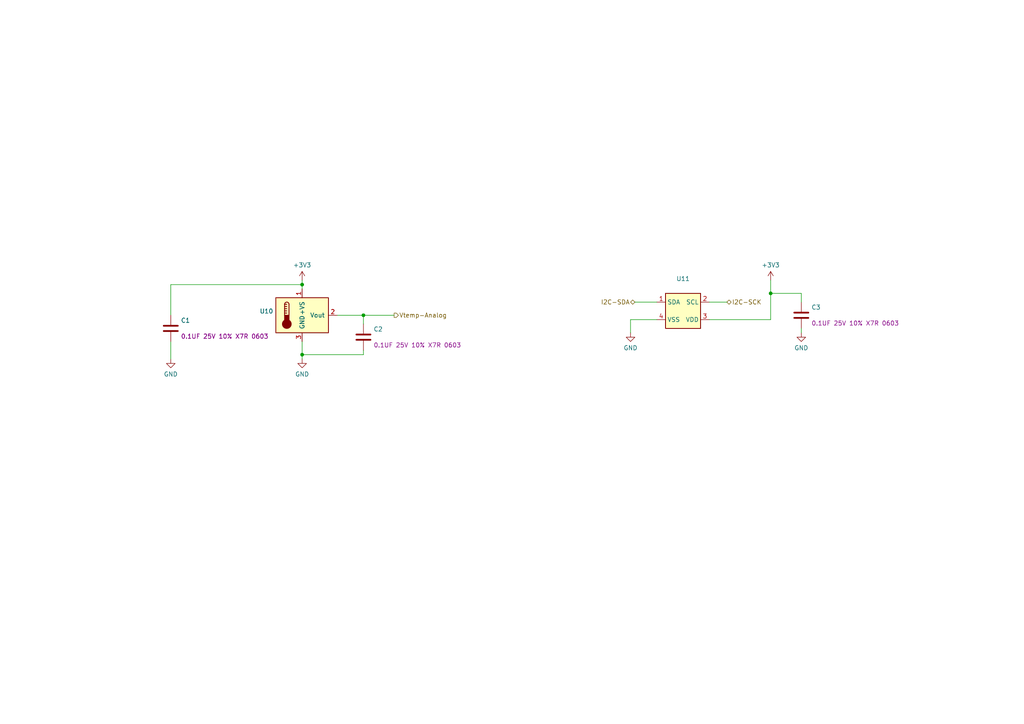
<source format=kicad_sch>
(kicad_sch (version 20211123) (generator eeschema)

  (uuid 7c4bc7fd-5eac-4055-8daa-bdee4de98223)

  (paper "A4")

  (lib_symbols
    (symbol "1_pontech:PLP-000068" (pin_numbers hide) (pin_names (offset 0.254)) (in_bom yes) (on_board yes)
      (property "Reference" "C" (id 0) (at 0.635 2.54 0)
        (effects (font (size 1.27 1.27)) (justify left))
      )
      (property "Value" "PLP-000068" (id 1) (at 2.54 -3.81 0)
        (effects (font (size 1.27 1.27)) (justify left))
      )
      (property "Footprint" "a_pontech:CAP-NON-POLAR-0603" (id 2) (at 2.54 -11.43 0)
        (effects (font (size 1.27 1.27)) (justify left) hide)
      )
      (property "Datasheet" "~" (id 3) (at 0 0 0)
        (effects (font (size 1.27 1.27)) hide)
      )
      (property "Info" "0.1UF 25V 10% X7R 0603" (id 4) (at 2.54 -5.08 0)
        (effects (font (size 1.27 1.27)) (justify left))
      )
      (property "ki_keywords" "cap capacitor" (id 5) (at 0 0 0)
        (effects (font (size 1.27 1.27)) hide)
      )
      (property "ki_description" "0.1UF 25V 10% X7R 0603 Capacitor" (id 6) (at 0 0 0)
        (effects (font (size 1.27 1.27)) hide)
      )
      (property "ki_fp_filters" "C_*" (id 7) (at 0 0 0)
        (effects (font (size 1.27 1.27)) hide)
      )
      (symbol "PLP-000068_0_1"
        (polyline
          (pts
            (xy -2.032 -0.762)
            (xy 2.032 -0.762)
          )
          (stroke (width 0.508) (type default) (color 0 0 0 0))
          (fill (type none))
        )
        (polyline
          (pts
            (xy -2.032 0.762)
            (xy 2.032 0.762)
          )
          (stroke (width 0.508) (type default) (color 0 0 0 0))
          (fill (type none))
        )
      )
      (symbol "PLP-000068_1_1"
        (pin passive line (at 0 3.81 270) (length 2.794)
          (name "~" (effects (font (size 1.27 1.27))))
          (number "1" (effects (font (size 1.27 1.27))))
        )
        (pin passive line (at 0 -3.81 90) (length 2.794)
          (name "~" (effects (font (size 1.27 1.27))))
          (number "2" (effects (font (size 1.27 1.27))))
        )
      )
    )
    (symbol "74_Jacob:+3.3V" (power) (pin_numbers hide) (pin_names (offset 0) hide) (in_bom yes) (on_board yes)
      (property "Reference" "#PWR" (id 0) (at 0 -3.81 0)
        (effects (font (size 1.27 1.27)) hide)
      )
      (property "Value" "+3.3V" (id 1) (at 0 3.556 0)
        (effects (font (size 1.27 1.27)))
      )
      (property "Footprint" "" (id 2) (at 0 0 0)
        (effects (font (size 1.27 1.27)) hide)
      )
      (property "Datasheet" "" (id 3) (at 0 0 0)
        (effects (font (size 1.27 1.27)) hide)
      )
      (property "ki_keywords" "power-flag" (id 4) (at 0 0 0)
        (effects (font (size 1.27 1.27)) hide)
      )
      (property "ki_description" "Power symbol creates a global label with name \"+3.3V\"" (id 5) (at 0 0 0)
        (effects (font (size 1.27 1.27)) hide)
      )
      (symbol "+3.3V_0_1"
        (polyline
          (pts
            (xy -0.762 1.27)
            (xy 0 2.54)
          )
          (stroke (width 0) (type default) (color 0 0 0 0))
          (fill (type none))
        )
        (polyline
          (pts
            (xy 0 0)
            (xy 0 2.54)
          )
          (stroke (width 0) (type default) (color 0 0 0 0))
          (fill (type none))
        )
        (polyline
          (pts
            (xy 0 2.54)
            (xy 0.762 1.27)
          )
          (stroke (width 0) (type default) (color 0 0 0 0))
          (fill (type none))
        )
      )
      (symbol "+3.3V_1_1"
        (pin power_in line (at 0 0 90) (length 0) hide
          (name "+3V3" (effects (font (size 1.27 1.27))))
          (number "1" (effects (font (size 1.27 1.27))))
        )
      )
    )
    (symbol "74_Jacob:GND" (power) (pin_numbers hide) (pin_names (offset 0) hide) (in_bom yes) (on_board yes)
      (property "Reference" "#PWR" (id 0) (at 0 -6.35 0)
        (effects (font (size 1.27 1.27)) hide)
      )
      (property "Value" "GND" (id 1) (at 0 -3.81 0)
        (effects (font (size 1.27 1.27)))
      )
      (property "Footprint" "" (id 2) (at 0 0 0)
        (effects (font (size 1.27 1.27)) hide)
      )
      (property "Datasheet" "" (id 3) (at 0 0 0)
        (effects (font (size 1.27 1.27)) hide)
      )
      (property "ki_keywords" "power-flag" (id 4) (at 0 0 0)
        (effects (font (size 1.27 1.27)) hide)
      )
      (property "ki_description" "Power symbol creates a global label with name \"GND\" , ground" (id 5) (at 0 0 0)
        (effects (font (size 1.27 1.27)) hide)
      )
      (symbol "GND_0_1"
        (polyline
          (pts
            (xy 0 0)
            (xy 0 -1.27)
            (xy 1.27 -1.27)
            (xy 0 -2.54)
            (xy -1.27 -1.27)
            (xy 0 -1.27)
          )
          (stroke (width 0) (type default) (color 0 0 0 0))
          (fill (type none))
        )
      )
      (symbol "GND_1_1"
        (pin power_in line (at 0 0 270) (length 0) hide
          (name "GND" (effects (font (size 1.27 1.27))))
          (number "1" (effects (font (size 1.27 1.27))))
        )
      )
    )
    (symbol "74_Mehdi_Library:LM35-LP" (pin_names (offset 1.016)) (in_bom yes) (on_board yes)
      (property "Reference" "U" (id 0) (at -6.35 6.35 0)
        (effects (font (size 1.27 1.27)))
      )
      (property "Value" "LM35-LP" (id 1) (at 1.27 6.35 0)
        (effects (font (size 1.27 1.27)) (justify left))
      )
      (property "Footprint" "74_mehdi:TO-92L_Inline" (id 2) (at 1.27 -6.35 0)
        (effects (font (size 1.27 1.27)) (justify left) hide)
      )
      (property "Datasheet" "" (id 3) (at 0 0 0)
        (effects (font (size 1.27 1.27)) hide)
      )
      (property "ki_fp_filters" "TO?92*" (id 4) (at 0 0 0)
        (effects (font (size 1.27 1.27)) hide)
      )
      (symbol "LM35-LP_0_1"
        (rectangle (start -7.62 5.08) (end 7.62 -5.08)
          (stroke (width 0.254) (type default) (color 0 0 0 0))
          (fill (type background))
        )
        (circle (center -4.445 -2.54) (radius 1.27)
          (stroke (width 0.254) (type default) (color 0 0 0 0))
          (fill (type outline))
        )
        (rectangle (start -3.81 -1.905) (end -5.08 0)
          (stroke (width 0.254) (type default) (color 0 0 0 0))
          (fill (type outline))
        )
        (arc (start -3.81 3.175) (mid -4.445 3.81) (end -5.08 3.175)
          (stroke (width 0.254) (type default) (color 0 0 0 0))
          (fill (type none))
        )
        (polyline
          (pts
            (xy -5.08 0.635)
            (xy -4.445 0.635)
          )
          (stroke (width 0.254) (type default) (color 0 0 0 0))
          (fill (type none))
        )
        (polyline
          (pts
            (xy -5.08 1.27)
            (xy -4.445 1.27)
          )
          (stroke (width 0.254) (type default) (color 0 0 0 0))
          (fill (type none))
        )
        (polyline
          (pts
            (xy -5.08 1.905)
            (xy -4.445 1.905)
          )
          (stroke (width 0.254) (type default) (color 0 0 0 0))
          (fill (type none))
        )
        (polyline
          (pts
            (xy -5.08 2.54)
            (xy -4.445 2.54)
          )
          (stroke (width 0.254) (type default) (color 0 0 0 0))
          (fill (type none))
        )
        (polyline
          (pts
            (xy -5.08 3.175)
            (xy -5.08 0)
          )
          (stroke (width 0.254) (type default) (color 0 0 0 0))
          (fill (type none))
        )
        (polyline
          (pts
            (xy -5.08 3.175)
            (xy -4.445 3.175)
          )
          (stroke (width 0.254) (type default) (color 0 0 0 0))
          (fill (type none))
        )
        (polyline
          (pts
            (xy -3.81 3.175)
            (xy -3.81 0)
          )
          (stroke (width 0.254) (type default) (color 0 0 0 0))
          (fill (type none))
        )
      )
      (symbol "LM35-LP_1_1"
        (pin power_in line (at 0 7.62 270) (length 2.54)
          (name "+VS" (effects (font (size 1.27 1.27))))
          (number "1" (effects (font (size 1.27 1.27))))
        )
        (pin output line (at 10.16 0 180) (length 2.54)
          (name "Vout" (effects (font (size 1.27 1.27))))
          (number "2" (effects (font (size 1.27 1.27))))
        )
        (pin power_in line (at 0 -7.62 90) (length 2.54)
          (name "GND" (effects (font (size 1.27 1.27))))
          (number "3" (effects (font (size 1.27 1.27))))
        )
      )
    )
    (symbol "74_eduardo_aaron:SHT40-AD1B-R3" (in_bom yes) (on_board yes)
      (property "Reference" "U" (id 0) (at -6.35 6.35 0)
        (effects (font (size 1.27 1.27)))
      )
      (property "Value" "SHT40-AD1B-R3" (id 1) (at -6.35 0 90)
        (effects (font (size 1.27 1.27)))
      )
      (property "Footprint" "74_eduardo_aaron:SHT4X" (id 2) (at 5.08 -8.89 0)
        (effects (font (size 1.27 1.27)) hide)
      )
      (property "Datasheet" "https://sensirion.com/media/documents/33FD6951/624C4357/Datasheet_SHT4x.pdf" (id 3) (at -7.62 11.43 0)
        (effects (font (size 1.27 1.27)) hide)
      )
      (property "ki_keywords" "Sensirion environment environmental measurement digital" (id 4) (at 0 0 0)
        (effects (font (size 1.27 1.27)) hide)
      )
      (property "ki_description" "Humidity and Temperature Sensor, +/-3%RH, +/-0.3degC, I2C, 1.62-1.98V, DFN-4" (id 5) (at 0 0 0)
        (effects (font (size 1.27 1.27)) hide)
      )
      (property "ki_fp_filters" "Sensirion*DFN*1EP*2x2mm*P1mm*EP0.7x1.6mm*" (id 6) (at 0 0 0)
        (effects (font (size 1.27 1.27)) hide)
      )
      (symbol "SHT40-AD1B-R3_1_1"
        (rectangle (start -5.08 5.08) (end 5.08 -5.08)
          (stroke (width 0.254) (type default) (color 0 0 0 0))
          (fill (type background))
        )
        (pin bidirectional line (at -2.54 -7.62 90) (length 2.54)
          (name "SDA" (effects (font (size 1.27 1.27))))
          (number "1" (effects (font (size 1.27 1.27))))
        )
        (pin input line (at -2.54 7.62 270) (length 2.54)
          (name "SCL" (effects (font (size 1.27 1.27))))
          (number "2" (effects (font (size 1.27 1.27))))
        )
        (pin power_in line (at 2.54 7.62 270) (length 2.54)
          (name "VDD" (effects (font (size 1.27 1.27))))
          (number "3" (effects (font (size 1.27 1.27))))
        )
        (pin power_in line (at 2.54 -7.62 90) (length 2.54)
          (name "VSS" (effects (font (size 1.27 1.27))))
          (number "4" (effects (font (size 1.27 1.27))))
        )
      )
    )
  )

  (junction (at 223.52 85.09) (diameter 0) (color 0 0 0 0)
    (uuid 6e7e72d1-98cc-4800-92a8-dbdcb0fb9da6)
  )
  (junction (at 87.63 82.55) (diameter 0) (color 0 0 0 0)
    (uuid 9387c3fb-fa18-478b-acf8-735dc04d5141)
  )
  (junction (at 87.63 102.87) (diameter 0) (color 0 0 0 0)
    (uuid 9e94a7e1-bf0b-4e50-98f7-b6fb769d7558)
  )
  (junction (at 105.41 91.44) (diameter 0) (color 0 0 0 0)
    (uuid b3cdbf99-1707-49ca-923c-9bef512d62a2)
  )

  (wire (pts (xy 223.52 85.09) (xy 223.52 92.71))
    (stroke (width 0) (type default) (color 0 0 0 0))
    (uuid 0f1417a2-42af-45ff-aa9b-153927245adc)
  )
  (wire (pts (xy 105.41 91.44) (xy 114.3 91.44))
    (stroke (width 0) (type default) (color 0 0 0 0))
    (uuid 0f78fe08-aa11-4b23-9466-8df9c2183cff)
  )
  (wire (pts (xy 97.79 91.44) (xy 105.41 91.44))
    (stroke (width 0) (type default) (color 0 0 0 0))
    (uuid 12c2b491-3b2b-41b1-9cb0-64ff86acae10)
  )
  (wire (pts (xy 223.52 92.71) (xy 205.74 92.71))
    (stroke (width 0) (type default) (color 0 0 0 0))
    (uuid 17ce2f00-ea0a-4b20-a187-85d055a41861)
  )
  (wire (pts (xy 184.15 87.63) (xy 190.5 87.63))
    (stroke (width 0) (type default) (color 0 0 0 0))
    (uuid 217cc345-fecf-4ee6-b402-cfefd4af70db)
  )
  (wire (pts (xy 232.41 85.09) (xy 223.52 85.09))
    (stroke (width 0) (type default) (color 0 0 0 0))
    (uuid 22d228bb-8bc3-451f-87c8-c35b56b764b4)
  )
  (wire (pts (xy 182.88 92.71) (xy 190.5 92.71))
    (stroke (width 0) (type default) (color 0 0 0 0))
    (uuid 2efdc589-9d4a-49fd-9931-416ec324e78f)
  )
  (wire (pts (xy 223.52 81.28) (xy 223.52 85.09))
    (stroke (width 0) (type default) (color 0 0 0 0))
    (uuid 33ed3351-d5b2-4090-bf83-45167927f27e)
  )
  (wire (pts (xy 87.63 82.55) (xy 87.63 83.82))
    (stroke (width 0) (type default) (color 0 0 0 0))
    (uuid 35bedc07-4087-4cb6-a349-d0ccc2dbe0ae)
  )
  (wire (pts (xy 87.63 81.28) (xy 87.63 82.55))
    (stroke (width 0) (type default) (color 0 0 0 0))
    (uuid 4eecce70-ced6-40b5-87d4-7c29925570dd)
  )
  (wire (pts (xy 49.53 82.55) (xy 87.63 82.55))
    (stroke (width 0) (type default) (color 0 0 0 0))
    (uuid 5b577817-6edb-4575-b946-66d479889e27)
  )
  (wire (pts (xy 182.88 96.52) (xy 182.88 92.71))
    (stroke (width 0) (type default) (color 0 0 0 0))
    (uuid 5f86ffd8-0f9e-4e8e-812c-1d010ca0efb6)
  )
  (wire (pts (xy 105.41 93.98) (xy 105.41 91.44))
    (stroke (width 0) (type default) (color 0 0 0 0))
    (uuid 6e619a84-7fc1-4ba9-bf8f-a259ecf41006)
  )
  (wire (pts (xy 49.53 99.06) (xy 49.53 104.14))
    (stroke (width 0) (type default) (color 0 0 0 0))
    (uuid 729f27c0-3025-48ea-b091-e54a82b45b70)
  )
  (wire (pts (xy 232.41 95.25) (xy 232.41 96.52))
    (stroke (width 0) (type default) (color 0 0 0 0))
    (uuid 75ea7f4f-2370-4270-a731-9effae5e7eba)
  )
  (wire (pts (xy 87.63 99.06) (xy 87.63 102.87))
    (stroke (width 0) (type default) (color 0 0 0 0))
    (uuid 849ecea4-612d-433a-92a5-64b2e41655cc)
  )
  (wire (pts (xy 105.41 101.6) (xy 105.41 102.87))
    (stroke (width 0) (type default) (color 0 0 0 0))
    (uuid 94d6d1bd-b4bf-4443-87f7-2d3a7c6c0455)
  )
  (wire (pts (xy 210.82 87.63) (xy 205.74 87.63))
    (stroke (width 0) (type default) (color 0 0 0 0))
    (uuid baa87215-96f0-4044-a9a4-f7242a4574b6)
  )
  (wire (pts (xy 232.41 87.63) (xy 232.41 85.09))
    (stroke (width 0) (type default) (color 0 0 0 0))
    (uuid bc32835a-3915-4fbf-bff8-bd9a98013173)
  )
  (wire (pts (xy 87.63 104.14) (xy 87.63 102.87))
    (stroke (width 0) (type default) (color 0 0 0 0))
    (uuid cbbb723a-87ee-4d42-86c4-4bb505c2b474)
  )
  (wire (pts (xy 49.53 91.44) (xy 49.53 82.55))
    (stroke (width 0) (type default) (color 0 0 0 0))
    (uuid d4038e61-0292-4a4a-9ec3-1962208a633d)
  )
  (wire (pts (xy 105.41 102.87) (xy 87.63 102.87))
    (stroke (width 0) (type default) (color 0 0 0 0))
    (uuid de0414fa-b6f0-46cb-9404-c1ba2d9bc0b1)
  )

  (hierarchical_label "I2C-SDA" (shape bidirectional) (at 184.15 87.63 180)
    (effects (font (size 1.27 1.27)) (justify right))
    (uuid aaa03944-4eea-4fa7-90c7-f8376ad49866)
  )
  (hierarchical_label "I2C-SCK" (shape bidirectional) (at 210.82 87.63 0)
    (effects (font (size 1.27 1.27)) (justify left))
    (uuid cfbb62d5-94a0-4c24-bbc6-03d99af241dc)
  )
  (hierarchical_label "Vtemp-Analog" (shape output) (at 114.3 91.44 0)
    (effects (font (size 1.27 1.27)) (justify left))
    (uuid ff7c82dd-a70c-4b00-9560-b7fe2f6198ee)
  )

  (symbol (lib_id "1_pontech:PLP-000068") (at 105.41 97.79 0) (unit 1)
    (in_bom yes) (on_board yes)
    (uuid 00000000-0000-0000-0000-00006264748d)
    (property "Reference" "C2" (id 0) (at 108.331 95.4786 0)
      (effects (font (size 1.27 1.27)) (justify left))
    )
    (property "Value" "" (id 1) (at 108.331 97.79 0)
      (effects (font (size 1.27 1.27)) (justify left))
    )
    (property "Footprint" "" (id 2) (at 107.95 109.22 0)
      (effects (font (size 1.27 1.27)) (justify left) hide)
    )
    (property "Datasheet" "~" (id 3) (at 105.41 97.79 0)
      (effects (font (size 1.27 1.27)) hide)
    )
    (property "Info" "0.1UF 25V 10% X7R 0603" (id 4) (at 108.331 100.1014 0)
      (effects (font (size 1.27 1.27)) (justify left))
    )
    (pin "1" (uuid c6aa31ba-02e5-409d-9563-6a9afe1e1b49))
    (pin "2" (uuid 26bb6776-0437-4ae3-8d2c-517d638033c8))
  )

  (symbol (lib_id "1_pontech:PLP-000068") (at 49.53 95.25 0) (unit 1)
    (in_bom yes) (on_board yes)
    (uuid 00000000-0000-0000-0000-0000626498a3)
    (property "Reference" "C1" (id 0) (at 52.451 92.9386 0)
      (effects (font (size 1.27 1.27)) (justify left))
    )
    (property "Value" "" (id 1) (at 52.451 95.25 0)
      (effects (font (size 1.27 1.27)) (justify left))
    )
    (property "Footprint" "" (id 2) (at 52.07 106.68 0)
      (effects (font (size 1.27 1.27)) (justify left) hide)
    )
    (property "Datasheet" "~" (id 3) (at 49.53 95.25 0)
      (effects (font (size 1.27 1.27)) hide)
    )
    (property "Info" "0.1UF 25V 10% X7R 0603" (id 4) (at 52.451 97.5614 0)
      (effects (font (size 1.27 1.27)) (justify left))
    )
    (pin "1" (uuid d099b097-a616-444c-a5a0-6082f7893030))
    (pin "2" (uuid ebeb8b43-2b85-4d70-8370-af8bf65bfb38))
  )

  (symbol (lib_id "74_Jacob:GND") (at 49.53 104.14 0) (unit 1)
    (in_bom yes) (on_board yes)
    (uuid 00000000-0000-0000-0000-00006264a42d)
    (property "Reference" "#PWR0125" (id 0) (at 49.53 110.49 0)
      (effects (font (size 1.27 1.27)) hide)
    )
    (property "Value" "" (id 1) (at 49.53 108.5342 0))
    (property "Footprint" "" (id 2) (at 49.53 104.14 0)
      (effects (font (size 1.27 1.27)) hide)
    )
    (property "Datasheet" "" (id 3) (at 49.53 104.14 0)
      (effects (font (size 1.27 1.27)) hide)
    )
    (pin "1" (uuid fb396416-2cf0-44fb-a964-1e0700d0c10f))
  )

  (symbol (lib_id "1_pontech:PLP-000068") (at 232.41 91.44 0) (unit 1)
    (in_bom yes) (on_board yes)
    (uuid 00000000-0000-0000-0000-00006264aace)
    (property "Reference" "C3" (id 0) (at 235.331 89.1286 0)
      (effects (font (size 1.27 1.27)) (justify left))
    )
    (property "Value" "" (id 1) (at 235.331 91.44 0)
      (effects (font (size 1.27 1.27)) (justify left))
    )
    (property "Footprint" "" (id 2) (at 234.95 102.87 0)
      (effects (font (size 1.27 1.27)) (justify left) hide)
    )
    (property "Datasheet" "~" (id 3) (at 232.41 91.44 0)
      (effects (font (size 1.27 1.27)) hide)
    )
    (property "Info" "0.1UF 25V 10% X7R 0603" (id 4) (at 235.331 93.7514 0)
      (effects (font (size 1.27 1.27)) (justify left))
    )
    (pin "1" (uuid 470eefd3-28df-4df9-96c1-ef4b5874a7b7))
    (pin "2" (uuid 3b1f7c0d-222b-40ed-ae74-6b65c09d3712))
  )

  (symbol (lib_id "74_Jacob:GND") (at 232.41 96.52 0) (unit 1)
    (in_bom yes) (on_board yes)
    (uuid 00000000-0000-0000-0000-00006264c084)
    (property "Reference" "#PWR0126" (id 0) (at 232.41 102.87 0)
      (effects (font (size 1.27 1.27)) hide)
    )
    (property "Value" "" (id 1) (at 232.41 100.9142 0))
    (property "Footprint" "" (id 2) (at 232.41 96.52 0)
      (effects (font (size 1.27 1.27)) hide)
    )
    (property "Datasheet" "" (id 3) (at 232.41 96.52 0)
      (effects (font (size 1.27 1.27)) hide)
    )
    (pin "1" (uuid b1a564ee-660c-4514-baf6-37e569eda9b1))
  )

  (symbol (lib_id "74_Jacob:+3.3V") (at 223.52 81.28 0) (unit 1)
    (in_bom yes) (on_board yes)
    (uuid 00000000-0000-0000-0000-00006267b8df)
    (property "Reference" "#PWR0121" (id 0) (at 223.52 85.09 0)
      (effects (font (size 1.27 1.27)) hide)
    )
    (property "Value" "" (id 1) (at 223.52 76.8858 0))
    (property "Footprint" "" (id 2) (at 223.52 81.28 0)
      (effects (font (size 1.27 1.27)) hide)
    )
    (property "Datasheet" "" (id 3) (at 223.52 81.28 0)
      (effects (font (size 1.27 1.27)) hide)
    )
    (pin "1" (uuid 8ef07d62-c629-4583-8288-58acafc935ac))
  )

  (symbol (lib_id "74_Mehdi_Library:LM35-LP") (at 87.63 91.44 0) (unit 1)
    (in_bom yes) (on_board yes)
    (uuid 00000000-0000-0000-0000-00006267c272)
    (property "Reference" "U10" (id 0) (at 79.2734 90.2716 0)
      (effects (font (size 1.27 1.27)) (justify right))
    )
    (property "Value" "" (id 1) (at 79.2734 92.583 0)
      (effects (font (size 1.27 1.27)) (justify right))
    )
    (property "Footprint" "" (id 2) (at 88.9 97.79 0)
      (effects (font (size 1.27 1.27)) (justify left) hide)
    )
    (property "Datasheet" "" (id 3) (at 87.63 91.44 0)
      (effects (font (size 1.27 1.27)) hide)
    )
    (pin "1" (uuid d0ef6db7-765b-4f9b-94a3-ddf1439a5940))
    (pin "2" (uuid 025bc90c-a69b-480a-af95-c71f5a6812b1))
    (pin "3" (uuid 3462ab4d-c02c-47e4-80c4-32231cbfc36c))
  )

  (symbol (lib_id "74_eduardo_aaron:SHT40-AD1B-R3") (at 198.12 90.17 270) (unit 1)
    (in_bom yes) (on_board yes)
    (uuid 00000000-0000-0000-0000-00006267d217)
    (property "Reference" "U11" (id 0) (at 198.12 80.8482 90))
    (property "Value" "" (id 1) (at 198.12 83.1596 90))
    (property "Footprint" "" (id 2) (at 189.23 95.25 0)
      (effects (font (size 1.27 1.27)) hide)
    )
    (property "Datasheet" "https://sensirion.com/media/documents/33FD6951/624C4357/Datasheet_SHT4x.pdf" (id 3) (at 209.55 82.55 0)
      (effects (font (size 1.27 1.27)) hide)
    )
    (pin "1" (uuid a72c895b-5c38-41df-842d-36a572352a3f))
    (pin "2" (uuid 8b34ca38-be88-4e31-b869-f7e875402aa7))
    (pin "3" (uuid 2b1ed74b-ae33-4ef5-9bd1-8e7b69cbd0a3))
    (pin "4" (uuid 65eb5ac5-d556-49ef-ab2c-ab3fcad48322))
  )

  (symbol (lib_id "74_Jacob:GND") (at 182.88 96.52 0) (unit 1)
    (in_bom yes) (on_board yes)
    (uuid 00000000-0000-0000-0000-00006267e6d2)
    (property "Reference" "#PWR0122" (id 0) (at 182.88 102.87 0)
      (effects (font (size 1.27 1.27)) hide)
    )
    (property "Value" "" (id 1) (at 182.88 100.9142 0))
    (property "Footprint" "" (id 2) (at 182.88 96.52 0)
      (effects (font (size 1.27 1.27)) hide)
    )
    (property "Datasheet" "" (id 3) (at 182.88 96.52 0)
      (effects (font (size 1.27 1.27)) hide)
    )
    (pin "1" (uuid a29aebc6-a809-462b-85b6-9811d1cb2438))
  )

  (symbol (lib_id "74_Jacob:GND") (at 87.63 104.14 0) (unit 1)
    (in_bom yes) (on_board yes)
    (uuid 00000000-0000-0000-0000-00006267ee1e)
    (property "Reference" "#PWR0123" (id 0) (at 87.63 110.49 0)
      (effects (font (size 1.27 1.27)) hide)
    )
    (property "Value" "" (id 1) (at 87.63 108.5342 0))
    (property "Footprint" "" (id 2) (at 87.63 104.14 0)
      (effects (font (size 1.27 1.27)) hide)
    )
    (property "Datasheet" "" (id 3) (at 87.63 104.14 0)
      (effects (font (size 1.27 1.27)) hide)
    )
    (pin "1" (uuid 511a7cba-003d-4f25-821f-d45ddb533dd1))
  )

  (symbol (lib_id "74_Jacob:+3.3V") (at 87.63 81.28 0) (unit 1)
    (in_bom yes) (on_board yes)
    (uuid 00000000-0000-0000-0000-00006267f92c)
    (property "Reference" "#PWR0124" (id 0) (at 87.63 85.09 0)
      (effects (font (size 1.27 1.27)) hide)
    )
    (property "Value" "" (id 1) (at 87.63 76.8858 0))
    (property "Footprint" "" (id 2) (at 87.63 81.28 0)
      (effects (font (size 1.27 1.27)) hide)
    )
    (property "Datasheet" "" (id 3) (at 87.63 81.28 0)
      (effects (font (size 1.27 1.27)) hide)
    )
    (pin "1" (uuid 875dfd7f-2cc4-4428-87a3-542dba74e5d4))
  )
)

</source>
